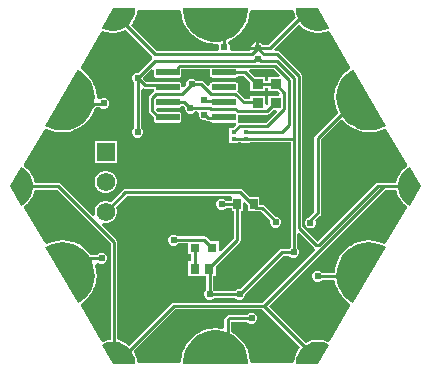
<source format=gtl>
G04*
G04 #@! TF.GenerationSoftware,Altium Limited,Altium Designer,25.8.1 (18)*
G04*
G04 Layer_Physical_Order=1*
G04 Layer_Color=255*
%FSLAX44Y44*%
%MOMM*%
G71*
G04*
G04 #@! TF.SameCoordinates,72622D7D-59BA-477E-922F-BDBC8D2A5B01*
G04*
G04*
G04 #@! TF.FilePolarity,Positive*
G04*
G01*
G75*
%ADD17C,0.2540*%
%ADD18R,0.6400X0.8900*%
G04:AMPARAMS|DCode=19|XSize=2.03mm|YSize=0.58mm|CornerRadius=0.0435mm|HoleSize=0mm|Usage=FLASHONLY|Rotation=0.000|XOffset=0mm|YOffset=0mm|HoleType=Round|Shape=RoundedRectangle|*
%AMROUNDEDRECTD19*
21,1,2.0300,0.4930,0,0,0.0*
21,1,1.9430,0.5800,0,0,0.0*
1,1,0.0870,0.9715,-0.2465*
1,1,0.0870,-0.9715,-0.2465*
1,1,0.0870,-0.9715,0.2465*
1,1,0.0870,0.9715,0.2465*
%
%ADD19ROUNDEDRECTD19*%
G04:AMPARAMS|DCode=20|XSize=1mm|YSize=1mm|CornerRadius=0.5mm|HoleSize=0mm|Usage=FLASHONLY|Rotation=120.000|XOffset=0mm|YOffset=0mm|HoleType=Round|Shape=RoundedRectangle|*
%AMROUNDEDRECTD20*
21,1,1.0000,0.0000,0,0,120.0*
21,1,0.0000,1.0000,0,0,120.0*
1,1,1.0000,0.0000,0.0000*
1,1,1.0000,0.0000,0.0000*
1,1,1.0000,0.0000,0.0000*
1,1,1.0000,0.0000,0.0000*
%
%ADD20ROUNDEDRECTD20*%
G04:AMPARAMS|DCode=21|XSize=1mm|YSize=1mm|CornerRadius=0.5mm|HoleSize=0mm|Usage=FLASHONLY|Rotation=0.000|XOffset=0mm|YOffset=0mm|HoleType=Round|Shape=RoundedRectangle|*
%AMROUNDEDRECTD21*
21,1,1.0000,0.0000,0,0,0.0*
21,1,0.0000,1.0000,0,0,0.0*
1,1,1.0000,0.0000,0.0000*
1,1,1.0000,0.0000,0.0000*
1,1,1.0000,0.0000,0.0000*
1,1,1.0000,0.0000,0.0000*
%
%ADD21ROUNDEDRECTD21*%
G04:AMPARAMS|DCode=22|XSize=1mm|YSize=1mm|CornerRadius=0.5mm|HoleSize=0mm|Usage=FLASHONLY|Rotation=60.000|XOffset=0mm|YOffset=0mm|HoleType=Round|Shape=RoundedRectangle|*
%AMROUNDEDRECTD22*
21,1,1.0000,0.0000,0,0,60.0*
21,1,0.0000,1.0000,0,0,60.0*
1,1,1.0000,0.0000,0.0000*
1,1,1.0000,0.0000,0.0000*
1,1,1.0000,0.0000,0.0000*
1,1,1.0000,0.0000,0.0000*
%
%ADD22ROUNDEDRECTD22*%
%ADD23R,0.9300X0.8700*%
%ADD24R,0.8000X0.8000*%
%ADD25R,0.4000X0.3800*%
%ADD26R,0.8000X0.9500*%
%ADD35C,1.5700*%
%ADD36R,1.5700X1.5700*%
%ADD38C,0.6096*%
G36*
X86890Y150530D02*
X96320Y134242D01*
X94901Y133371D01*
X91798Y132162D01*
X88529Y131525D01*
X85200Y131480D01*
X81915Y132029D01*
X78781Y133154D01*
X75897Y134819D01*
X73355Y136971D01*
X71238Y139541D01*
X69612Y142448D01*
X68529Y145597D01*
X68025Y148888D01*
X68069Y150553D01*
Y150553D01*
X86890Y150530D01*
D02*
G37*
G36*
X-68025Y148888D02*
X-68529Y145597D01*
X-69612Y142448D01*
X-71238Y139541D01*
X-73355Y136971D01*
X-75897Y134819D01*
X-78781Y133154D01*
X-81915Y132029D01*
X-85200Y131480D01*
X-88529Y131525D01*
X-91798Y132162D01*
X-94901Y133371D01*
X-96320Y134242D01*
Y134242D01*
X-86890Y150530D01*
X-68069Y150553D01*
X-68025Y148888D01*
D02*
G37*
G36*
X-53845Y110316D02*
X-53662Y109728D01*
X-53648Y108363D01*
X-53833Y107675D01*
X-65497Y96012D01*
X-66949D01*
X-68630Y95316D01*
X-69916Y94030D01*
X-70612Y92349D01*
Y90531D01*
X-69916Y88850D01*
X-68889Y87823D01*
Y49337D01*
X-69916Y48310D01*
X-70612Y46629D01*
Y44811D01*
X-69916Y43130D01*
X-68630Y41844D01*
X-66949Y41148D01*
X-65131D01*
X-63450Y41844D01*
X-62164Y43130D01*
X-61468Y44811D01*
Y46629D01*
X-62164Y48310D01*
X-63191Y49337D01*
Y81745D01*
X-61159Y82831D01*
X-61140Y82818D01*
X-60050Y82601D01*
X-60050Y82601D01*
X-52352D01*
Y81355D01*
X-52200Y80591D01*
X-52052Y80369D01*
X-52395Y80140D01*
X-52395Y80140D01*
X-55598Y76937D01*
X-56216Y76013D01*
X-56433Y74922D01*
X-56433Y74922D01*
Y64114D01*
X-56433Y64114D01*
X-56216Y63024D01*
X-55598Y62100D01*
X-52352Y58854D01*
Y55955D01*
X-52200Y55191D01*
X-51767Y54543D01*
X-51119Y54110D01*
X-50355Y53958D01*
X-30925D01*
X-30161Y54110D01*
X-29513Y54543D01*
X-29080Y55191D01*
X-28928Y55955D01*
Y60885D01*
X-29080Y61649D01*
X-29513Y62297D01*
X-30161Y62730D01*
X-30925Y62882D01*
X-48324D01*
X-50067Y64626D01*
X-49225Y66658D01*
X-30925D01*
X-30161Y66810D01*
X-29513Y67243D01*
X-29230Y67666D01*
X-27899Y67862D01*
X-27018Y67841D01*
X-25760Y66583D01*
Y65131D01*
X-25064Y63450D01*
X-23778Y62164D01*
X-22098Y61468D01*
X-20279D01*
X-18598Y62164D01*
X-17312Y63450D01*
X-17309Y63459D01*
X-15394Y63521D01*
X-14055Y61517D01*
X-14076Y61465D01*
Y59647D01*
X-13380Y57966D01*
X-12094Y56680D01*
X-10414Y55984D01*
X-8595D01*
X-8325Y56096D01*
X-7464Y55520D01*
X-6374Y55303D01*
X-4423D01*
X-4400Y55191D01*
X-3967Y54543D01*
X-3319Y54110D01*
X-2555Y53958D01*
X16575D01*
X17104Y53246D01*
X17502Y52010D01*
X14635Y49144D01*
X11716D01*
Y36676D01*
X18764D01*
Y37251D01*
X21876D01*
Y36676D01*
X28924D01*
Y37251D01*
X63523D01*
Y-51974D01*
X63450Y-52004D01*
X62423Y-53031D01*
X55880D01*
X55880Y-53031D01*
X54790Y-53248D01*
X53866Y-53866D01*
X20863Y-86868D01*
X19411D01*
X17730Y-87564D01*
X16703Y-88591D01*
X-1463D01*
X-2231Y-87823D01*
Y-76124D01*
X344D01*
Y-67605D01*
X20414Y-47534D01*
X20414Y-47534D01*
X21032Y-46610D01*
X21249Y-45520D01*
X21249Y-45520D01*
Y-21214D01*
X23124D01*
Y-14008D01*
X25001Y-13230D01*
X27676Y-15905D01*
Y-21214D01*
X34055D01*
X34330Y-21269D01*
X38501D01*
X46396Y-29164D01*
X46228Y-29571D01*
Y-31389D01*
X46924Y-33070D01*
X48210Y-34356D01*
X49891Y-35052D01*
X51709D01*
X53390Y-34356D01*
X54676Y-33070D01*
X55372Y-31389D01*
Y-29571D01*
X54676Y-27890D01*
X53390Y-26604D01*
X51709Y-25908D01*
X51197D01*
X41695Y-16406D01*
X40771Y-15788D01*
X39681Y-15571D01*
X39680Y-15571D01*
X37124D01*
Y-9266D01*
X29095D01*
X22894Y-3066D01*
X21970Y-2448D01*
X20880Y-2231D01*
X20880Y-2231D01*
X-76386D01*
X-77476Y-2448D01*
X-78400Y-3066D01*
X-78400Y-3066D01*
X-88695Y-13361D01*
X-89385Y-12962D01*
X-91769Y-12324D01*
X-94238D01*
X-96622Y-12962D01*
X-98759Y-14197D01*
X-100505Y-15942D01*
X-101739Y-18079D01*
X-102377Y-20464D01*
Y-22932D01*
X-102045Y-24174D01*
X-103866Y-25226D01*
X-131107Y2014D01*
X-132031Y2632D01*
X-133121Y2849D01*
X-133121Y2849D01*
X-153212D01*
X-153645Y5236D01*
X-153728Y5366D01*
X-153723Y5520D01*
X-154890Y8639D01*
X-154995Y8752D01*
X-155017Y8905D01*
X-156721Y11766D01*
X-156845Y11859D01*
X-156894Y12005D01*
X-159080Y14517D01*
X-159219Y14586D01*
X-159293Y14721D01*
X-161891Y16804D01*
X-161738Y18769D01*
X-144770Y48159D01*
X-142867Y48616D01*
X-138804Y46978D01*
X-138666Y46980D01*
X-138554Y46900D01*
X-134282Y45926D01*
X-134147Y45949D01*
X-134023Y45888D01*
X-129651Y45601D01*
X-129521Y45646D01*
X-129389Y45605D01*
X-125027Y46014D01*
X-124906Y46079D01*
X-124769Y46059D01*
X-120527Y47153D01*
X-120417Y47236D01*
X-120279Y47239D01*
X-116263Y48990D01*
X-116168Y49089D01*
X-116032Y49114D01*
X-112344Y51479D01*
X-112266Y51592D01*
X-112136Y51637D01*
X-108868Y54556D01*
X-108808Y54680D01*
X-108687Y54745D01*
X-105923Y58144D01*
X-105884Y58276D01*
X-105774Y58360D01*
X-103582Y62154D01*
X-103564Y62290D01*
X-103470Y62390D01*
X-102001Y66234D01*
X-101218Y67017D01*
X-98172D01*
X-97383Y66228D01*
X-95703Y65532D01*
X-93884D01*
X-92204Y66228D01*
X-90918Y67514D01*
X-90222Y69195D01*
Y71013D01*
X-90918Y72694D01*
X-92204Y73980D01*
X-93884Y74676D01*
X-95703D01*
X-97383Y73980D01*
X-97712Y73651D01*
X-98935Y73664D01*
X-100702Y75533D01*
X-100695Y75659D01*
X-100742Y75788D01*
X-100704Y75920D01*
X-101192Y80274D01*
X-101259Y80395D01*
X-101242Y80532D01*
X-102413Y84754D01*
X-102498Y84862D01*
X-102503Y84999D01*
X-104327Y88983D01*
X-104428Y89077D01*
X-104455Y89212D01*
X-106887Y92856D01*
X-107001Y92933D01*
X-107049Y93062D01*
X-110026Y96276D01*
X-110152Y96333D01*
X-110219Y96453D01*
X-113668Y99155D01*
X-114246Y101029D01*
X-97116Y130699D01*
X-95500Y131834D01*
X-92397Y130625D01*
X-92242Y130629D01*
X-92114Y130543D01*
X-88845Y129906D01*
X-88694Y129937D01*
X-88552Y129876D01*
X-85222Y129831D01*
X-85078Y129888D01*
X-84928Y129853D01*
X-81643Y130402D01*
X-81512Y130484D01*
X-81358Y130477D01*
X-78223Y131601D01*
X-78109Y131705D01*
X-77956Y131726D01*
X-76243Y132715D01*
X-53845Y110316D01*
D02*
G37*
G36*
X27480Y150538D02*
X27520Y148348D01*
X26904Y144010D01*
X25609Y139824D01*
X23669Y135896D01*
X21131Y132324D01*
X18060Y129199D01*
X14534Y126599D01*
X10640Y124590D01*
X6478Y123222D01*
X2152Y122530D01*
X-2230Y122532D01*
X-6556Y123226D01*
X-10717Y124597D01*
X-14609Y126608D01*
X-18134Y129210D01*
X-21203Y132337D01*
X-23738Y135911D01*
X-25676Y139840D01*
X-26968Y144027D01*
X-27581Y148365D01*
X-27541Y150555D01*
X-27541Y150555D01*
X27480Y150538D01*
D02*
G37*
G36*
X66394Y148638D02*
X66898Y145347D01*
X66979Y145215D01*
X66969Y145061D01*
X67722Y142871D01*
X44540Y119689D01*
X40428D01*
X40297Y120005D01*
X38725Y121577D01*
X36830Y122362D01*
Y116840D01*
X35560D01*
Y115570D01*
X29729D01*
X28251Y114609D01*
X13474D01*
X12116Y116641D01*
X12137Y116693D01*
Y118511D01*
X11441Y120192D01*
X10763Y120870D01*
X11049Y122988D01*
X11155Y123023D01*
X11260Y123112D01*
X11397Y123124D01*
X15290Y125133D01*
X15379Y125238D01*
X15513Y125271D01*
X19039Y127871D01*
X19110Y127989D01*
X19237Y128043D01*
X22308Y131168D01*
X22359Y131296D01*
X22476Y131369D01*
X25014Y134940D01*
X25044Y135075D01*
X25148Y135165D01*
X27088Y139093D01*
X27097Y139231D01*
X27185Y139337D01*
X28480Y143522D01*
X28467Y143659D01*
X28537Y143778D01*
X29153Y148116D01*
X30558Y149458D01*
X64593D01*
X66394Y148638D01*
D02*
G37*
G36*
X-29215Y148134D02*
X-28602Y143796D01*
X-28532Y143677D01*
X-28544Y143540D01*
X-27253Y139354D01*
X-27165Y139248D01*
X-27156Y139110D01*
X-25218Y135181D01*
X-25114Y135090D01*
X-25084Y134956D01*
X-22548Y131383D01*
X-22432Y131310D01*
X-22380Y131182D01*
X-19312Y128055D01*
X-19185Y128001D01*
X-19114Y127883D01*
X-15589Y125281D01*
X-15455Y125248D01*
X-15367Y125143D01*
X-11474Y123131D01*
X-11337Y123120D01*
X-11233Y123030D01*
X-7071Y121659D01*
X-6934Y121670D01*
X-6817Y121597D01*
X-2491Y120903D01*
X-2357Y120935D01*
X-2230Y120882D01*
X1775Y120881D01*
X2838Y119832D01*
X3182Y118967D01*
X2993Y118511D01*
Y116693D01*
X3015Y116641D01*
X1657Y114609D01*
X-50080D01*
X-71771Y136300D01*
X-69964Y138492D01*
X-69919Y138640D01*
X-69798Y138736D01*
X-68172Y141642D01*
X-68154Y141795D01*
X-68052Y141911D01*
X-66969Y145061D01*
X-66979Y145215D01*
X-66898Y145347D01*
X-66394Y148638D01*
X-64593Y149458D01*
X-30634D01*
X-29215Y148134D01*
D02*
G37*
G36*
X-4552Y98985D02*
Y94055D01*
X-4400Y93291D01*
X-3967Y92643D01*
X-3319Y92210D01*
X-2555Y92058D01*
X16875D01*
X17639Y92210D01*
X18287Y92643D01*
X18720Y93291D01*
X18796Y93671D01*
X23920D01*
X29386Y88205D01*
Y80486D01*
X41734D01*
Y83511D01*
X44626D01*
Y80486D01*
X52945D01*
X54765Y78666D01*
X53924Y76634D01*
X44626D01*
Y69850D01*
X43766Y69203D01*
X41734Y70218D01*
Y76634D01*
X29386D01*
Y74144D01*
X24911D01*
X18915Y80140D01*
X18572Y80369D01*
X18720Y80591D01*
X18872Y81355D01*
Y86285D01*
X18720Y87049D01*
X18287Y87697D01*
X17639Y88130D01*
X16875Y88282D01*
X-2555D01*
X-3319Y88130D01*
X-3967Y87697D01*
X-4400Y87049D01*
X-4552Y86285D01*
Y85470D01*
X-6430Y84692D01*
X-10112Y88374D01*
X-11036Y88992D01*
X-12126Y89209D01*
X-12127Y89209D01*
X-16703D01*
X-17730Y90236D01*
X-19411Y90932D01*
X-21229D01*
X-22910Y90236D01*
X-24196Y88950D01*
X-24892Y87269D01*
Y85817D01*
X-27050Y83658D01*
X-28928Y84436D01*
Y86285D01*
X-29080Y87049D01*
X-29513Y87697D01*
X-30161Y88130D01*
X-30925Y88282D01*
X-42188D01*
X-42270Y88299D01*
X-42270Y88299D01*
X-58870D01*
X-61468Y90897D01*
Y91983D01*
X-54327Y99125D01*
X-52352Y98225D01*
Y94055D01*
X-52200Y93291D01*
X-51767Y92643D01*
X-51119Y92210D01*
X-50355Y92058D01*
X-30925D01*
X-30161Y92210D01*
X-29513Y92643D01*
X-29080Y93291D01*
X-28928Y94055D01*
Y98068D01*
X-28911Y98150D01*
Y99365D01*
X-4864D01*
X-4552Y98985D01*
D02*
G37*
G36*
X54260Y94111D02*
X53482Y92234D01*
X44626D01*
Y89209D01*
X41734D01*
Y92234D01*
X33415D01*
X28315Y97333D01*
X29157Y99365D01*
X49006D01*
X54260Y94111D01*
D02*
G37*
G36*
X51971Y63009D02*
X42611Y53649D01*
X20320D01*
X20105Y53606D01*
X19253Y54581D01*
X18757Y55374D01*
X18872Y55955D01*
Y60767D01*
X43356D01*
X43356Y60767D01*
X44446Y60984D01*
X45370Y61602D01*
X48655Y64886D01*
X51194D01*
X51971Y63009D01*
D02*
G37*
G36*
X144082Y51421D02*
X142205Y50292D01*
X138140Y48656D01*
X133868Y47684D01*
X129496Y47400D01*
X125134Y47812D01*
X120892Y48909D01*
X116877Y50663D01*
X113190Y53031D01*
X109925Y55951D01*
X107162Y59352D01*
X104973Y63147D01*
X103411Y67241D01*
X102517Y71530D01*
X102313Y75907D01*
X102804Y80260D01*
X103978Y84482D01*
X105805Y88464D01*
X108239Y92107D01*
X111219Y95319D01*
X114669Y98019D01*
X116586Y99079D01*
X116586D01*
X144082Y51421D01*
D02*
G37*
G36*
X-114685Y97857D02*
X-111236Y95154D01*
X-108259Y91941D01*
X-105827Y88296D01*
X-104003Y84313D01*
X-102832Y80091D01*
X-102343Y75737D01*
X-102550Y71360D01*
X-103447Y67071D01*
X-105011Y62979D01*
X-107203Y59185D01*
X-109967Y55786D01*
X-113235Y52867D01*
X-116923Y50502D01*
X-120939Y48751D01*
X-125181Y47656D01*
X-129544Y47248D01*
X-133916Y47534D01*
X-138187Y48508D01*
X-142251Y50146D01*
X-144127Y51277D01*
X-144127Y51277D01*
X-116602Y98918D01*
X-114685Y97857D01*
D02*
G37*
G36*
X71575Y136538D02*
X72082Y135922D01*
X72218Y135850D01*
X72289Y135712D01*
X74831Y133560D01*
X74978Y133513D01*
X75072Y133391D01*
X77956Y131726D01*
X78109Y131705D01*
X78223Y131601D01*
X81358Y130477D01*
X81512Y130484D01*
X81643Y130402D01*
X84928Y129853D01*
X85078Y129888D01*
X85222Y129831D01*
X88552Y129876D01*
X88694Y129937D01*
X88845Y129906D01*
X92114Y130543D01*
X92242Y130629D01*
X92397Y130625D01*
X95500Y131834D01*
X97116Y130699D01*
X114146Y101202D01*
X113652Y99318D01*
X110202Y96618D01*
X110134Y96498D01*
X110009Y96441D01*
X107029Y93229D01*
X106982Y93100D01*
X106867Y93023D01*
X104433Y89380D01*
X104406Y89245D01*
X104306Y89152D01*
X102479Y85169D01*
X102474Y85032D01*
X102389Y84923D01*
X101215Y80702D01*
X101232Y80566D01*
X101165Y80445D01*
X100674Y76091D01*
X100712Y75959D01*
X100666Y75830D01*
X100870Y71453D01*
X100928Y71329D01*
X100903Y71193D01*
X101797Y66904D01*
X101874Y66791D01*
X101870Y66653D01*
X103432Y62559D01*
X103526Y62459D01*
X103544Y62323D01*
X103716Y62025D01*
X84346Y42654D01*
X83728Y41730D01*
X83511Y40640D01*
X83511Y40640D01*
Y-21658D01*
X78250Y-26919D01*
X78179Y-27025D01*
X77674Y-27234D01*
X76388Y-28520D01*
X75692Y-30201D01*
Y-32020D01*
X76388Y-33700D01*
X77674Y-34986D01*
X79355Y-35682D01*
X81173D01*
X82854Y-34986D01*
X84140Y-33700D01*
X84836Y-32020D01*
Y-30201D01*
X84306Y-28921D01*
X88374Y-24852D01*
X88374Y-24852D01*
X88992Y-23928D01*
X89209Y-22838D01*
Y39460D01*
X105786Y56037D01*
X107815Y55932D01*
X108644Y54911D01*
X108765Y54846D01*
X108825Y54722D01*
X112091Y51801D01*
X112220Y51755D01*
X112299Y51642D01*
X115986Y49275D01*
X116121Y49251D01*
X116217Y49152D01*
X120232Y47397D01*
X120369Y47395D01*
X120479Y47312D01*
X124721Y46215D01*
X124857Y46234D01*
X124979Y46170D01*
X129341Y45758D01*
X129472Y45799D01*
X129602Y45754D01*
X133975Y46038D01*
X134098Y46099D01*
X134234Y46076D01*
X138506Y47048D01*
X138618Y47127D01*
X138756Y47126D01*
X142820Y48761D01*
X144708Y48267D01*
X161738Y18769D01*
X161891Y16804D01*
X159293Y14721D01*
X159218Y14586D01*
X159080Y14517D01*
X156894Y12005D01*
X156845Y11859D01*
X156721Y11766D01*
X155017Y8905D01*
X154995Y8752D01*
X154890Y8639D01*
X153723Y5520D01*
X153728Y5366D01*
X153644Y5236D01*
X153212Y2849D01*
X142240D01*
X142240Y2849D01*
X142240Y2849D01*
X137160D01*
X137160Y2849D01*
X136070Y2632D01*
X135146Y2014D01*
X135146Y2014D01*
X86360Y-46771D01*
X73332Y-33743D01*
Y93411D01*
X73332Y93412D01*
X73115Y94502D01*
X72498Y95426D01*
X54202Y113721D01*
X53278Y114339D01*
X52188Y114556D01*
X52188Y114555D01*
X50338D01*
X49496Y116587D01*
X69545Y136636D01*
X71575Y136538D01*
D02*
G37*
G36*
X13676Y-9266D02*
Y-12391D01*
X8697D01*
X7670Y-11364D01*
X5989Y-10668D01*
X4171D01*
X2490Y-11364D01*
X1204Y-12650D01*
X508Y-14331D01*
Y-16149D01*
X1204Y-17830D01*
X2490Y-19116D01*
X4171Y-19812D01*
X5989D01*
X7670Y-19116D01*
X8697Y-18089D01*
X13676D01*
Y-21214D01*
X15551D01*
Y-44340D01*
X4741Y-55150D01*
X2864Y-54372D01*
Y-46546D01*
X-4155D01*
X-7440Y-43262D01*
X-8364Y-42644D01*
X-9454Y-42427D01*
X-9454Y-42427D01*
X-32387D01*
X-32970Y-41844D01*
X-34651Y-41148D01*
X-36469D01*
X-38150Y-41844D01*
X-39436Y-43130D01*
X-40132Y-44811D01*
Y-46629D01*
X-39436Y-48310D01*
X-38150Y-49596D01*
X-36469Y-50292D01*
X-34651D01*
X-32970Y-49596D01*
X-31684Y-48310D01*
X-31607Y-48125D01*
X-23184D01*
Y-57594D01*
X-20509D01*
Y-63576D01*
X-23204D01*
Y-76124D01*
X-12156D01*
Y-76124D01*
X-10704D01*
Y-76124D01*
X-7929D01*
Y-87823D01*
X-8956Y-88850D01*
X-9652Y-90531D01*
Y-92349D01*
X-8956Y-94030D01*
X-7670Y-95316D01*
X-5989Y-96012D01*
X-4171D01*
X-2490Y-95316D01*
X-1463Y-94289D01*
X16703D01*
X17730Y-95316D01*
X19411Y-96012D01*
X21229D01*
X22910Y-95316D01*
X24196Y-94030D01*
X24892Y-92349D01*
Y-90897D01*
X57060Y-58729D01*
X62423D01*
X63450Y-59756D01*
X65131Y-60452D01*
X66949D01*
X68630Y-59756D01*
X69916Y-58470D01*
X70612Y-56789D01*
Y-54971D01*
X69916Y-53290D01*
X69221Y-52595D01*
Y-40344D01*
X71098Y-39567D01*
X83294Y-51762D01*
X83294Y-51762D01*
X83462Y-51875D01*
X83911Y-53981D01*
X83836Y-54376D01*
X39690Y-98521D01*
X-35330D01*
X-36420Y-98738D01*
X-37345Y-99356D01*
X-37345Y-99356D01*
X-73054Y-135065D01*
X-74831Y-133560D01*
X-74978Y-133513D01*
X-75072Y-133391D01*
X-77956Y-131726D01*
X-78109Y-131705D01*
X-78223Y-131602D01*
X-81358Y-130477D01*
X-83064Y-129252D01*
Y-47208D01*
X-83064Y-47208D01*
X-83281Y-46118D01*
X-83899Y-45194D01*
X-83899Y-45194D01*
X-96532Y-32561D01*
X-95480Y-30739D01*
X-94238Y-31072D01*
X-91769D01*
X-89385Y-30433D01*
X-87248Y-29199D01*
X-85502Y-27453D01*
X-84268Y-25316D01*
X-83629Y-22932D01*
Y-20464D01*
X-84268Y-18079D01*
X-84667Y-17390D01*
X-75206Y-7929D01*
X12198D01*
X13676Y-9266D01*
D02*
G37*
G36*
X173778Y0D02*
X164387Y-16311D01*
X162923Y-15517D01*
X160324Y-13434D01*
X158138Y-10922D01*
X156435Y-8061D01*
X155268Y-4942D01*
X154675Y-1665D01*
Y1665D01*
X155268Y4942D01*
X156435Y8061D01*
X158138Y10922D01*
X160324Y13434D01*
X162923Y15517D01*
X164387Y16310D01*
X164387D01*
X173778Y0D01*
D02*
G37*
G36*
X-162923Y15517D02*
X-160324Y13434D01*
X-158139Y10922D01*
X-156435Y8061D01*
X-155268Y4942D01*
X-154675Y1665D01*
Y-1665D01*
X-155268Y-4942D01*
X-156435Y-8061D01*
X-158139Y-10922D01*
X-160324Y-13434D01*
X-162923Y-15517D01*
X-164387Y-16311D01*
Y-16310D01*
X-173778Y0D01*
X-164387Y16310D01*
X-162923Y15517D01*
D02*
G37*
G36*
X153644Y-5236D02*
X153728Y-5366D01*
X153723Y-5520D01*
X154890Y-8639D01*
X154995Y-8752D01*
X155017Y-8905D01*
X156721Y-11766D01*
X156845Y-11859D01*
X156894Y-12005D01*
X159080Y-14517D01*
X159218Y-14586D01*
X159293Y-14722D01*
X161891Y-16804D01*
X161738Y-18769D01*
X144721Y-48245D01*
X142867Y-48817D01*
X138804Y-47179D01*
X138666Y-47180D01*
X138554Y-47101D01*
X134282Y-46126D01*
X134146Y-46149D01*
X134023Y-46088D01*
X129651Y-45802D01*
X129521Y-45846D01*
X129389Y-45806D01*
X125027Y-46215D01*
X124905Y-46279D01*
X124769Y-46260D01*
X120527Y-47354D01*
X120416Y-47436D01*
X120279Y-47439D01*
X116263Y-49191D01*
X116167Y-49290D01*
X116032Y-49314D01*
X112344Y-51679D01*
X112265Y-51792D01*
X112135Y-51838D01*
X108868Y-54756D01*
X108808Y-54880D01*
X108687Y-54946D01*
X105922Y-58345D01*
X105883Y-58477D01*
X105774Y-58560D01*
X103582Y-62354D01*
X103564Y-62491D01*
X103469Y-62590D01*
X101905Y-66683D01*
X101909Y-66821D01*
X101832Y-66934D01*
X100935Y-71223D01*
X100961Y-71358D01*
X100902Y-71483D01*
X100814Y-73351D01*
X89977D01*
X88950Y-72324D01*
X87269Y-71628D01*
X85451D01*
X83770Y-72324D01*
X82484Y-73610D01*
X81788Y-75291D01*
Y-77109D01*
X82484Y-78790D01*
X83770Y-80076D01*
X85451Y-80772D01*
X87269D01*
X88950Y-80076D01*
X89977Y-79049D01*
X99977D01*
X101242Y-80732D01*
X102413Y-84954D01*
X102498Y-85062D01*
X102502Y-85200D01*
X104327Y-89183D01*
X104428Y-89277D01*
X104454Y-89412D01*
X106886Y-93057D01*
X107001Y-93133D01*
X107048Y-93262D01*
X110026Y-96476D01*
X110151Y-96534D01*
X110219Y-96653D01*
X113667Y-99356D01*
X114122Y-101245D01*
X97116Y-130699D01*
X95500Y-131834D01*
X92397Y-130625D01*
X92242Y-130629D01*
X92114Y-130543D01*
X88845Y-129906D01*
X88694Y-129937D01*
X88552Y-129876D01*
X85222Y-129831D01*
X85078Y-129888D01*
X84928Y-129853D01*
X81643Y-130402D01*
X81512Y-130484D01*
X81358Y-130477D01*
X78223Y-131602D01*
X78109Y-131705D01*
X77956Y-131726D01*
X76243Y-132715D01*
X44899Y-101370D01*
X143420Y-2849D01*
X153212D01*
X153644Y-5236D01*
D02*
G37*
G36*
X-88762Y-48388D02*
Y-129838D01*
X-88845Y-129906D01*
X-92114Y-130543D01*
X-92242Y-130629D01*
X-92397Y-130625D01*
X-95500Y-131834D01*
X-97116Y-130699D01*
X-114146Y-101202D01*
X-113652Y-99318D01*
X-110202Y-96618D01*
X-110134Y-96498D01*
X-110009Y-96441D01*
X-107030Y-93229D01*
X-106982Y-93100D01*
X-106867Y-93023D01*
X-104433Y-89380D01*
X-104406Y-89245D01*
X-104306Y-89152D01*
X-102479Y-85169D01*
X-102474Y-85032D01*
X-102389Y-84923D01*
X-101215Y-80702D01*
X-101232Y-80566D01*
X-101165Y-80445D01*
X-100674Y-76091D01*
X-100712Y-75959D01*
X-100666Y-75830D01*
X-100870Y-71453D01*
X-100928Y-71329D01*
X-100903Y-71193D01*
X-101797Y-66904D01*
X-101874Y-66791D01*
X-101870Y-66653D01*
X-100541Y-64628D01*
X-99401Y-64544D01*
X-99110Y-64836D01*
X-97429Y-65532D01*
X-95611D01*
X-93930Y-64836D01*
X-92644Y-63550D01*
X-91948Y-61869D01*
Y-60051D01*
X-92644Y-58370D01*
X-93930Y-57084D01*
X-95611Y-56388D01*
X-97429D01*
X-99110Y-57084D01*
X-100137Y-58111D01*
X-106045D01*
X-108644Y-54911D01*
X-108765Y-54846D01*
X-108825Y-54722D01*
X-112091Y-51801D01*
X-112220Y-51755D01*
X-112299Y-51642D01*
X-115986Y-49275D01*
X-116121Y-49251D01*
X-116217Y-49152D01*
X-120232Y-47397D01*
X-120369Y-47395D01*
X-120479Y-47312D01*
X-124721Y-46215D01*
X-124857Y-46234D01*
X-124979Y-46170D01*
X-129341Y-45758D01*
X-129472Y-45799D01*
X-129602Y-45754D01*
X-133975Y-46038D01*
X-134098Y-46099D01*
X-134234Y-46076D01*
X-138506Y-47048D01*
X-138618Y-47127D01*
X-138756Y-47126D01*
X-142821Y-48761D01*
X-144708Y-48267D01*
X-161738Y-18769D01*
X-161891Y-16804D01*
X-159293Y-14722D01*
X-159218Y-14586D01*
X-159080Y-14517D01*
X-156894Y-12005D01*
X-156845Y-11859D01*
X-156721Y-11766D01*
X-155017Y-8905D01*
X-154995Y-8752D01*
X-154890Y-8639D01*
X-153723Y-5520D01*
X-153728Y-5366D01*
X-153645Y-5236D01*
X-153212Y-2849D01*
X-134301D01*
X-88762Y-48388D01*
D02*
G37*
G36*
X-125134Y-47812D02*
X-120892Y-48909D01*
X-116877Y-50663D01*
X-113190Y-53031D01*
X-109925Y-55951D01*
X-107162Y-59352D01*
X-104973Y-63147D01*
X-103411Y-67241D01*
X-102517Y-71530D01*
X-102313Y-75907D01*
X-102804Y-80260D01*
X-103978Y-84482D01*
X-105805Y-88464D01*
X-108239Y-92107D01*
X-111219Y-95319D01*
X-114669Y-98019D01*
X-116586Y-99079D01*
Y-99079D01*
X-144082Y-51421D01*
X-142205Y-50292D01*
X-138140Y-48656D01*
X-133868Y-47684D01*
X-129496Y-47401D01*
X-125134Y-47812D01*
D02*
G37*
G36*
X133915Y-47734D02*
X138187Y-48709D01*
X142250Y-50347D01*
X144127Y-51477D01*
X116601Y-99118D01*
X114685Y-98057D01*
X111236Y-95355D01*
X108258Y-92141D01*
X105827Y-88497D01*
X104002Y-84513D01*
X102831Y-80291D01*
X102343Y-75937D01*
X102550Y-71561D01*
X103446Y-67272D01*
X105010Y-63179D01*
X107202Y-59386D01*
X109967Y-55987D01*
X113234Y-53068D01*
X116922Y-50703D01*
X120938Y-48951D01*
X125181Y-47857D01*
X129543Y-47448D01*
X133915Y-47734D01*
D02*
G37*
G36*
X71771Y-136300D02*
X69964Y-138492D01*
X69919Y-138640D01*
X69798Y-138736D01*
X68172Y-141642D01*
X68154Y-141796D01*
X68052Y-141911D01*
X66969Y-145061D01*
X66979Y-145215D01*
X66898Y-145347D01*
X66394Y-148638D01*
X64593Y-149458D01*
X30652D01*
X29709Y-148497D01*
X29215Y-147654D01*
X28602Y-143316D01*
X28532Y-143197D01*
X28544Y-143060D01*
X27253Y-138874D01*
X27165Y-138768D01*
X27156Y-138630D01*
X25218Y-134701D01*
X25114Y-134610D01*
X25084Y-134476D01*
X22548Y-130903D01*
X22432Y-130830D01*
X22380Y-130702D01*
X19312Y-127575D01*
X19185Y-127521D01*
X19114Y-127403D01*
X15589Y-124801D01*
X15455Y-124768D01*
X15367Y-124663D01*
X13009Y-123444D01*
Y-114609D01*
X26863D01*
X27890Y-115636D01*
X29571Y-116332D01*
X31389D01*
X33070Y-115636D01*
X34356Y-114350D01*
X35052Y-112669D01*
Y-110851D01*
X34356Y-109170D01*
X33070Y-107884D01*
X31389Y-107188D01*
X29571D01*
X27890Y-107884D01*
X26863Y-108911D01*
X11648D01*
X10558Y-109128D01*
X9633Y-109746D01*
X9633Y-109746D01*
X8146Y-111234D01*
X7528Y-112158D01*
X7311Y-113248D01*
X7311Y-113248D01*
Y-119217D01*
X5279Y-120871D01*
X2491Y-120423D01*
X2357Y-120455D01*
X2230Y-120402D01*
X-2151Y-120401D01*
X-2278Y-120453D01*
X-2412Y-120421D01*
X-6739Y-121113D01*
X-6856Y-121185D01*
X-6993Y-121175D01*
X-11155Y-122543D01*
X-11260Y-122633D01*
X-11397Y-122644D01*
X-15290Y-124653D01*
X-15379Y-124758D01*
X-15513Y-124791D01*
X-19039Y-127391D01*
X-19110Y-127509D01*
X-19237Y-127563D01*
X-22308Y-130688D01*
X-22359Y-130816D01*
X-22476Y-130889D01*
X-25014Y-134460D01*
X-25044Y-134594D01*
X-25148Y-134685D01*
X-27088Y-138613D01*
X-27097Y-138751D01*
X-27185Y-138857D01*
X-28480Y-143042D01*
X-28467Y-143179D01*
X-28537Y-143298D01*
X-29153Y-147636D01*
X-29646Y-148496D01*
X-30591Y-149458D01*
X-64593D01*
X-66394Y-148638D01*
X-66898Y-145347D01*
X-66979Y-145215D01*
X-66969Y-145061D01*
X-68052Y-141911D01*
X-68154Y-141796D01*
X-68172Y-141642D01*
X-69392Y-139461D01*
X-34150Y-104219D01*
X39690D01*
X71771Y-136300D01*
D02*
G37*
G36*
X2230Y-122052D02*
X6556Y-122746D01*
X10717Y-124117D01*
X14609Y-126128D01*
X18134Y-128730D01*
X21203Y-131857D01*
X23738Y-135431D01*
X25676Y-139360D01*
X26968Y-143547D01*
X27581Y-147885D01*
X27541Y-150075D01*
X-27480Y-150058D01*
X-27520Y-147868D01*
X-26904Y-143530D01*
X-25609Y-139344D01*
X-23669Y-135416D01*
X-21131Y-131844D01*
X-18061Y-128719D01*
X-14534Y-126119D01*
X-10640Y-124110D01*
X-6478Y-122742D01*
X-2152Y-122050D01*
X2230Y-122052D01*
D02*
G37*
G36*
X88529Y-131525D02*
X91798Y-132162D01*
X94901Y-133371D01*
X96320Y-134242D01*
X86890Y-150530D01*
X68069Y-150553D01*
X68025Y-148889D01*
X68529Y-145597D01*
X69612Y-142448D01*
X71238Y-139541D01*
X73355Y-136971D01*
X75897Y-134819D01*
X78781Y-133154D01*
X81915Y-132029D01*
X85200Y-131481D01*
X88529Y-131525D01*
D02*
G37*
G36*
X-81915Y-132029D02*
X-78781Y-133154D01*
X-75897Y-134819D01*
X-73355Y-136971D01*
X-71238Y-139541D01*
X-69612Y-142448D01*
X-68529Y-145597D01*
X-68025Y-148889D01*
X-68069Y-150553D01*
X-86890Y-150530D01*
X-96320Y-134242D01*
X-94901Y-133371D01*
X-91798Y-132162D01*
X-88529Y-131525D01*
X-85200Y-131481D01*
X-81915Y-132029D01*
D02*
G37*
%LPC*%
G36*
X-83629Y38476D02*
X-102377D01*
Y19728D01*
X-83629D01*
Y38476D01*
D02*
G37*
G36*
X-91769Y13076D02*
X-94238D01*
X-96622Y12437D01*
X-98759Y11203D01*
X-100505Y9458D01*
X-101739Y7321D01*
X-102377Y4936D01*
Y2468D01*
X-101739Y84D01*
X-100505Y-2053D01*
X-98759Y-3799D01*
X-96622Y-5033D01*
X-94238Y-5672D01*
X-91769D01*
X-89385Y-5033D01*
X-87248Y-3799D01*
X-85502Y-2053D01*
X-84268Y84D01*
X-83629Y2468D01*
Y4936D01*
X-84268Y7321D01*
X-85502Y9458D01*
X-87248Y11203D01*
X-89385Y12437D01*
X-91769Y13076D01*
D02*
G37*
G36*
X34290Y122362D02*
X32395Y121577D01*
X30823Y120005D01*
X30038Y118110D01*
X34290D01*
Y122362D01*
D02*
G37*
%LPD*%
D17*
X-66040Y91440D02*
X-60050Y85450D01*
X-66040Y45720D02*
Y91440D01*
X35560Y108056D02*
X36522D01*
X34598D02*
X35560D01*
X17150Y-15240D02*
X18400Y-16490D01*
X-8777Y60556D02*
X-6374Y58152D01*
X-9504Y60556D02*
X-8777D01*
X-6374Y58152D02*
X6892D01*
X7160Y58420D01*
X-40640Y71120D02*
X-26268D01*
X-20678Y66398D02*
X-4864D01*
X-26268Y71120D02*
X-21188Y66040D01*
X-20754Y66474D02*
X-20678Y66398D01*
X-4864D02*
X-3893Y65426D01*
X-28554Y78126D02*
X-20320Y86360D01*
X-3893Y65426D02*
X16901D01*
X-12126Y86360D02*
X-3893Y78126D01*
X-9480Y71964D02*
X6316D01*
X-10160Y72644D02*
X-9480Y71964D01*
X-3893Y78126D02*
X16901D01*
X-20320Y86360D02*
X-12126D01*
X6316Y71964D02*
X7160Y71120D01*
X43356Y63616D02*
X50500Y70760D01*
X16901Y65426D02*
X18711Y63616D01*
X43356D01*
X-76386Y-5080D02*
X20880D01*
X-93003Y-21698D02*
X-76386Y-5080D01*
X39681Y-18420D02*
X50800Y-29539D01*
X32400Y-16490D02*
X34330Y-18420D01*
X39681D01*
X50800Y-30480D02*
Y-29539D01*
X31720Y-15920D02*
X32199D01*
X20880Y-5080D02*
X31720Y-15920D01*
X-123901Y71401D02*
X-123901D01*
X-118541Y66040D01*
X-106224D01*
X-102398Y69865D02*
X-95032D01*
X-94794Y70104D01*
X-106224Y66040D02*
X-102398Y69865D01*
X116872Y71151D02*
X123552D01*
X123901Y71501D01*
X80264Y-31110D02*
Y-28934D01*
X86360Y-22838D02*
Y40640D01*
X116872Y71151D01*
X80264Y-28934D02*
X86360Y-22838D01*
X9272Y127050D02*
Y133829D01*
X7565Y125343D02*
X9272Y127050D01*
X7565Y117602D02*
Y125343D01*
X0Y143101D02*
X9272Y133829D01*
X-53584Y74922D02*
X-50381Y78126D01*
X-53584Y64114D02*
Y74922D01*
Y64114D02*
X-47890Y58420D01*
X-50381Y78126D02*
X-28554D01*
X-47890Y58420D02*
X-40640D01*
X16901Y78126D02*
X23731Y71295D01*
X35025D02*
X35560Y70760D01*
X23731Y71295D02*
X35025D01*
X-123901Y-71501D02*
X-113360Y-60960D01*
X-96520D01*
X0Y-142621D02*
X10160Y-132461D01*
X11648Y-111760D02*
X30480D01*
X10160Y-132461D02*
Y-113248D01*
X11648Y-111760D01*
X50500Y70760D02*
X50800D01*
X86360Y-76200D02*
X118683D01*
X123282Y-71601D01*
X123901D01*
X-35116Y-45276D02*
X-9454D01*
X-35560Y-45720D02*
X-35116Y-45276D01*
X-9454D02*
X-2660Y-52070D01*
X-82601Y-143101D02*
Y-141195D01*
X36721Y115679D02*
X40693Y111707D01*
X52188D01*
X70483Y93412D01*
X36721Y115679D02*
Y116514D01*
X37048Y116840D01*
X70483Y-34923D02*
Y93412D01*
Y-34923D02*
X85308Y-49748D01*
X163674Y0D02*
X165199D01*
X71981Y143101D02*
X82601D01*
X45720Y116840D02*
X71981Y143101D01*
X37048Y116840D02*
X45720D01*
X35560D02*
X37048D01*
X137160Y0D02*
X142240D01*
X87412Y-49748D02*
X137160Y0D01*
X142240D02*
X163674D01*
X40870Y-101370D02*
X142240Y0D01*
X85308Y-49748D02*
X87412D01*
X40870Y-101370D02*
X82601Y-143101D01*
X30480Y111760D02*
X35560Y116840D01*
X-51260Y111760D02*
X30480D01*
X-82601Y143101D02*
X-51260Y111760D01*
X-35330Y-101370D02*
X40870D01*
X-76141Y-142181D02*
X-35330Y-101370D01*
X-81681Y-142181D02*
X-76141D01*
X-165199Y0D02*
X-133121D01*
X-85913Y-47208D01*
Y-137883D02*
X-82601Y-141195D01*
X-85913Y-137883D02*
Y-47208D01*
X15240Y45720D02*
X15340D01*
X15970Y46350D02*
Y46450D01*
X20320Y50800D01*
X43791D01*
X15340Y45720D02*
X15970Y46350D01*
X43791Y50800D02*
X58291Y65300D01*
X38239Y106339D02*
X51808D01*
X36522Y108056D02*
X38239Y106339D01*
X51808D02*
X66419Y91728D01*
X50186Y102214D02*
X62355Y90045D01*
X-30272Y102214D02*
X50186D01*
X-33390Y96520D02*
X-31760Y98150D01*
Y100726D01*
X-30272Y102214D01*
X62355Y52195D02*
Y90045D01*
X35260Y86360D02*
X51100D01*
X58291Y65300D02*
Y79169D01*
X66372Y40100D02*
X66419Y40147D01*
X51100Y86360D02*
X58291Y79169D01*
X66419Y40147D02*
Y91728D01*
X55880Y45720D02*
X62355Y52195D01*
X66040Y-55880D02*
X66372Y-55548D01*
Y40100D01*
X25400Y45720D02*
X55880D01*
X65500Y40100D02*
X65936Y40536D01*
X-60050Y85450D02*
X-42270D01*
X-40640Y83820D01*
X-66040Y91440D02*
X-51202Y106278D01*
X32820D01*
X34598Y108056D01*
X20320Y-91440D02*
X55880Y-55880D01*
X66040D01*
X15240Y40100D02*
X25400D01*
X65500D01*
X18400Y-45520D02*
Y-16490D01*
Y-15240D01*
X5080D02*
X17150D01*
X-5180Y-69100D02*
X18400Y-45520D01*
X-5080Y-91440D02*
Y-69950D01*
X-5180Y-69850D02*
X-5080Y-69950D01*
Y-91440D02*
X19360D01*
X-5180Y-69850D02*
Y-69100D01*
X-40640Y96520D02*
X-33390D01*
X7160D02*
X25100D01*
X35260Y86360D01*
X-17660Y-69830D02*
Y-52070D01*
X-17680Y-69850D02*
X-17660Y-69830D01*
D18*
X32400Y-15240D02*
D03*
X18400D02*
D03*
D19*
X7160Y58420D02*
D03*
Y71120D02*
D03*
X-40640Y58420D02*
D03*
Y71120D02*
D03*
X7160Y96520D02*
D03*
Y83820D02*
D03*
X-40640Y96520D02*
D03*
Y83820D02*
D03*
D20*
X-123901Y71401D02*
D03*
X123901Y-71601D02*
D03*
X82601Y-143101D02*
D03*
X-82601Y143101D02*
D03*
D21*
X123901Y71501D02*
D03*
X-123901Y-71501D02*
D03*
X165199Y0D02*
D03*
X-165199D02*
D03*
D22*
X0Y143101D02*
D03*
Y-142621D02*
D03*
X82601Y143101D02*
D03*
X-82601Y-143101D02*
D03*
D23*
X35560Y70760D02*
D03*
X50800D02*
D03*
X35560Y86360D02*
D03*
X50800D02*
D03*
D24*
X-2660Y-52070D02*
D03*
X-17660D02*
D03*
D25*
X15240Y40100D02*
D03*
X25400D02*
D03*
X15240Y45720D02*
D03*
X25400D02*
D03*
D26*
X-5180Y-69850D02*
D03*
X-17680D02*
D03*
D35*
X-93003Y-21698D02*
D03*
Y3702D02*
D03*
D36*
Y29102D02*
D03*
D38*
X-66040Y45720D02*
D03*
X-9504Y60556D02*
D03*
X-21188Y66040D02*
D03*
X-10160Y72644D02*
D03*
X50800Y-30480D02*
D03*
X-94794Y70104D02*
D03*
X80264Y-31110D02*
D03*
X7565Y117602D02*
D03*
X-20320Y86360D02*
D03*
X-96520Y-60960D02*
D03*
X30480Y-111760D02*
D03*
X86360Y-76200D02*
D03*
X-35560Y-45720D02*
D03*
X35560Y116840D02*
D03*
X-66040Y91440D02*
D03*
X35560Y108056D02*
D03*
X66040Y-55880D02*
D03*
X20320Y-91440D02*
D03*
X5080Y-15240D02*
D03*
X-5080Y-91440D02*
D03*
M02*

</source>
